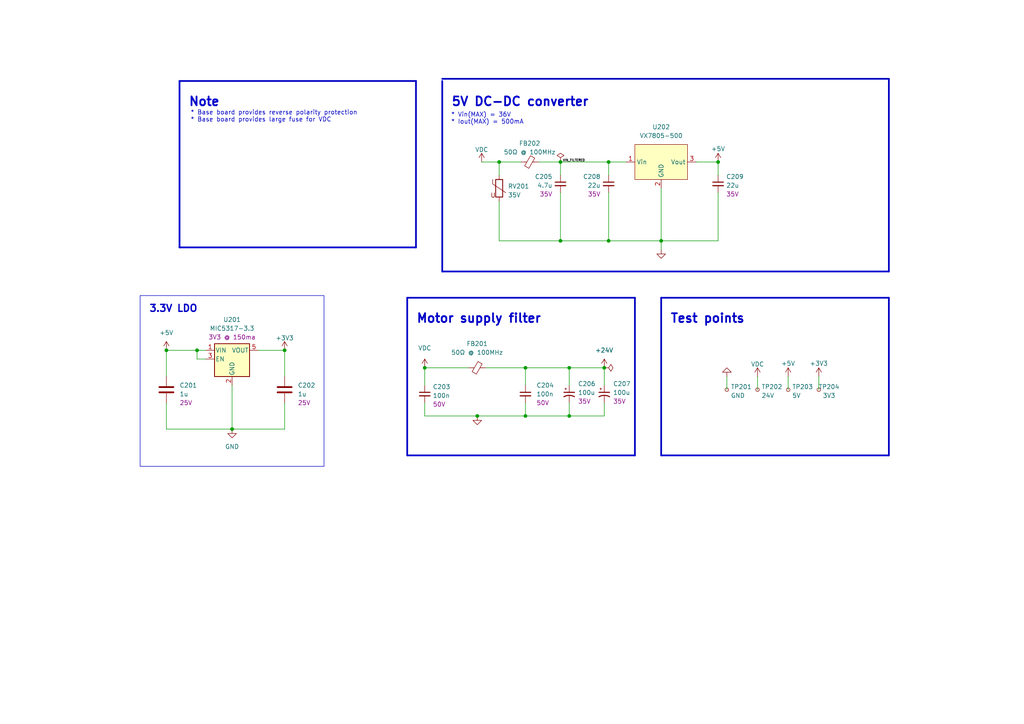
<source format=kicad_sch>
(kicad_sch (version 20231120) (generator "eeschema") (generator_version "8.0")
  (paper "A4")
  (title_block (date "2023-10-08") (rev "v1"))
  (lib_symbols
    (symbol "Connector:TestPoint_Small" (pin_numbers hide) (pin_names (offset 0.762) hide)
      (property "Reference" "TP" (at 0 3.81 0))
      (property "Value" "TestPoint_Small" (at 0 2.032 0))
      (symbol "TestPoint_Small_0_1"
        (circle (center 0 0) (radius 0.508))
      )
      (symbol "TestPoint_Small_1_1"
        (pin passive line (at 0 0 90) (length 0) (name "1") (number "1"))
      )
    )
    (symbol "Device:C" (pin_numbers hide) (pin_names (offset 0.254))
      (property "Reference" "C" (at 0.635 2.54 0))
      (property "Value" "C" (at 0.635 -2.54 0))
      (symbol "C_0_1"
        (polyline (pts (xy -2.032 -0.762) (xy 2.032 -0.762)) (stroke (width 0.508)))
        (polyline (pts (xy -2.032 0.762) (xy 2.032 0.762)) (stroke (width 0.508)))
      )
      (symbol "C_1_1"
        (pin passive line (at 0 3.81 270) (length 2.794) (name "~") (number "1"))
        (pin passive line (at 0 -3.81 90) (length 2.794) (name "~") (number "2"))
      )
    )
    (symbol "Device:C_Polarized_Small_US" (pin_numbers hide) (pin_names (offset 0.254) hide)
      (property "Reference" "C" (at 0.254 1.778 0))
      (property "Value" "C_Polarized_Small_US" (at 0.254 -2.032 0))
      (symbol "C_Polarized_Small_US_0_1"
        (polyline (pts (xy -1.524 0.508) (xy 1.524 0.508)) (stroke (width 0.3048)))
        (polyline (pts (xy -1.27 1.524) (xy -0.762 1.524)))
        (polyline (pts (xy -1.016 1.27) (xy -1.016 1.778)))
        (arc (start 1.524 -0.762) (mid 0 -0.3734) (end -1.524 -0.762) (stroke (width 0.3048)))
      )
      (symbol "C_Polarized_Small_US_1_1"
        (pin passive line (at 0 2.54 270) (length 2.032) (name "~") (number "1"))
        (pin passive line (at 0 -2.54 90) (length 2.032) (name "~") (number "2"))
      )
    )
    (symbol "Device:C_Small" (pin_numbers hide) (pin_names (offset 0.254) hide)
      (property "Reference" "C" (at 0.254 1.778 0))
      (property "Value" "C_Small" (at 0.254 -2.032 0))
      (symbol "C_Small_0_1"
        (polyline (pts (xy -1.524 -0.508) (xy 1.524 -0.508)) (stroke (width 0.3302)))
        (polyline (pts (xy -1.524 0.508) (xy 1.524 0.508)) (stroke (width 0.3048)))
      )
      (symbol "C_Small_1_1"
        (pin passive line (at 0 2.54 270) (length 2.032) (name "~") (number "1"))
        (pin passive line (at 0 -2.54 90) (length 2.032) (name "~") (number "2"))
      )
    )
    (symbol "Device:FerriteBead_Small" (pin_numbers hide) (pin_names (offset 0))
      (property "Reference" "FB" (at 1.905 1.27 0))
      (property "Value" "FerriteBead_Small" (at 1.905 -1.27 0))
      (symbol "FerriteBead_Small_0_1"
        (polyline (pts (xy 0 -1.27) (xy 0 -0.7874)))
        (polyline (pts (xy 0 0.889) (xy 0 1.2954)))
        (polyline (pts (xy -1.8288 0.2794) (xy -1.1176 1.4986) (xy 1.8288 -0.2032) (xy 1.1176 -1.4224) (xy -1.8288 0.2794)))
      )
      (symbol "FerriteBead_Small_1_1"
        (pin passive line (at 0 2.54 270) (length 1.27) (name "~") (number "1"))
        (pin passive line (at 0 -2.54 90) (length 1.27) (name "~") (number "2"))
      )
    )
    (symbol "Device:Varistor" (pin_numbers hide) (pin_names (offset 0))
      (property "Reference" "RV" (at 3.175 0 90))
      (property "Value" "Varistor" (at -3.175 0 90))
      (symbol "Varistor_0_0"
        (text "U" (at -1.778 -2.032 0) (effects (font (size 1.27 1.27))))
      )
      (symbol "Varistor_0_1"
        (rectangle (start -1.016 -2.54) (end 1.016 2.54) (stroke (width 0.254)))
        (polyline (pts (xy -1.905 2.54) (xy -1.905 1.27) (xy 1.905 -1.27)))
      )
      (symbol "Varistor_1_1"
        (pin passive line (at 0 3.81 270) (length 1.27) (name "~") (number "1"))
        (pin passive line (at 0 -3.81 90) (length 1.27) (name "~") (number "2"))
      )
    )
    (symbol "Droid:Converter_DCDC_CUI_VX78-500_THT"
      (property "Reference" "U" (at 0 7.62 0))
      (property "Value" "VX7805-500" (at 0 6.35 0))
      (symbol "Converter_DCDC_CUI_VX78-500_THT_0_0"
        (pin power_in line (at -10.16 0 0) (length 2.54) (name "Vin") (number "1"))
        (pin power_in line (at 0 -7.62 90) (length 2.54) (name "GND") (number "2"))
        (pin power_out line (at 10.16 0 180) (length 2.54) (name "Vout") (number "3"))
      )
      (symbol "Converter_DCDC_CUI_VX78-500_THT_0_1"
        (rectangle (start -7.62 5.08) (end 7.62 -5.08) (stroke (width 0.1524)) (fill (type background)))
      )
    )
    (symbol "Regulator_Linear:MIC5317-3.3xM5" (pin_names (offset 0.254))
      (property "Reference" "U" (at -6.35 6.35 0))
      (property "Value" "MIC5317-3.3xM5" (at 0 6.35 0))
      (symbol "MIC5317-3.3xM5_0_1"
        (rectangle (start -5.08 4.445) (end 5.08 -5.08) (stroke (width 0.254)) (fill (type background)))
      )
      (symbol "MIC5317-3.3xM5_1_1"
        (pin power_in line (at -7.62 2.54 0) (length 2.54) (name "VIN") (number "1"))
        (pin power_in line (at 0 -7.62 90) (length 2.54) (name "GND") (number "2"))
        (pin input line (at -7.62 0 0) (length 2.54) (name "EN") (number "3"))
        (pin no_connect line (at 5.08 0 180) (length 2.54) hide (name "NC") (number "4"))
        (pin power_out line (at 7.62 2.54 180) (length 2.54) (name "VOUT") (number "5"))
      )
    )
    (symbol "power:+24V" (power) (pin_names (offset 0))
      (property "Value" "+24V" (at 0 3.556 0))
      (symbol "+24V_0_1"
        (polyline (pts (xy -0.762 1.27) (xy 0 2.54)))
        (polyline (pts (xy 0 0) (xy 0 2.54)))
        (polyline (pts (xy 0 2.54) (xy 0.762 1.27)))
      )
      (symbol "+24V_1_1"
        (pin power_in line (at 0 0 90) (length 0) hide (name "+24V") (number "1"))
      )
    )
    (symbol "power:+3V3" (power) (pin_names (offset 0))
      (property "Value" "+3V3" (at 0 3.556 0))
      (symbol "+3V3_0_1"
        (polyline (pts (xy -0.762 1.27) (xy 0 2.54)))
        (polyline (pts (xy 0 0) (xy 0 2.54)))
        (polyline (pts (xy 0 2.54) (xy 0.762 1.27)))
      )
      (symbol "+3V3_1_1"
        (pin power_in line (at 0 0 90) (length 0) hide (name "+3V3") (number "1"))
      )
    )
    (symbol "power:+5V" (power) (pin_names (offset 0))
      (property "Value" "+5V" (at 0 3.556 0))
      (symbol "+5V_0_1"
        (polyline (pts (xy -0.762 1.27) (xy 0 2.54)))
        (polyline (pts (xy 0 0) (xy 0 2.54)))
        (polyline (pts (xy 0 2.54) (xy 0.762 1.27)))
      )
      (symbol "+5V_1_1"
        (pin power_in line (at 0 0 90) (length 0) hide (name "+5V") (number "1"))
      )
    )
    (symbol "power:GND" (power) (pin_names (offset 0))
      (property "Value" "GND" (at 0 -3.81 0))
      (symbol "GND_0_1"
        (polyline (pts (xy 0 0) (xy 0 -1.27) (xy 1.27 -1.27) (xy 0 -2.54) (xy -1.27 -1.27) (xy 0 -1.27)))
      )
      (symbol "GND_1_1"
        (pin power_in line (at 0 0 270) (length 0) hide (name "GND") (number "1"))
      )
    )
    (symbol "power:PWR_FLAG" (power) (pin_numbers hide) (pin_names (offset 0) hide)
      (property "Value" "PWR_FLAG" (at 0 3.81 0))
      (symbol "PWR_FLAG_0_0"
        (pin power_out line (at 0 0 90) (length 0) (name "pwr") (number "1"))
      )
      (symbol "PWR_FLAG_0_1"
        (polyline (pts (xy 0 0) (xy 0 1.27) (xy -1.016 1.905) (xy 0 2.54) (xy 1.016 1.905) (xy 0 1.27)))
      )
    )
    (symbol "power:VDC" (power) (pin_names (offset 0))
      (property "Value" "VDC" (at 0 6.35 0))
      (symbol "VDC_0_1"
        (polyline (pts (xy -0.762 1.27) (xy 0 2.54)))
        (polyline (pts (xy 0 0) (xy 0 2.54)))
        (polyline (pts (xy 0 2.54) (xy 0.762 1.27)))
      )
      (symbol "VDC_1_1"
        (pin power_in line (at 0 0 90) (length 0) hide (name "VDC") (number "1"))
      )
    )
  )
  (junction (at 152.4 120.65))
  (junction (at 67.31 124.46))
  (junction (at 48.26 101.6))
  (junction (at 176.53 46.99))
  (junction (at 176.53 69.85))
  (junction (at 123.19 106.68))
  (junction (at 191.77 69.85))
  (junction (at 82.55 101.6))
  (junction (at 175.26 106.68))
  (junction (at 165.1 106.68))
  (junction (at 165.1 120.65))
  (junction (at 162.56 46.99))
  (junction (at 162.56 69.85))
  (junction (at 138.43 120.65))
  (junction (at 57.15 101.6))
  (junction (at 144.78 46.99))
  (junction (at 208.28 46.99))
  (junction (at 152.4 106.68))
  (polyline (pts (xy 128.27 23.495) (xy 128.27 78.74)) (stroke (width 0.5) (type solid)))
  (wire (pts (xy 162.56 55.88) (xy 162.56 69.85)))
  (polyline (pts (xy 257.81 22.86) (xy 257.81 78.74)) (stroke (width 0.5) (type solid)))
  (wire (pts (xy 208.28 46.99) (xy 208.28 50.8)))
  (wire (pts (xy 82.55 101.6) (xy 82.55 109.22)))
  (wire (pts (xy 152.4 106.68) (xy 165.1 106.68)))
  (wire (pts (xy 210.82 109.22) (xy 210.82 113.03)))
  (polyline (pts (xy 184.15 132.08) (xy 118.11 132.08)) (stroke (width 0.5) (type solid)))
  (polyline (pts (xy 257.81 132.08) (xy 191.77 132.08)) (stroke (width 0.5) (type solid)))
  (wire (pts (xy 162.56 69.85) (xy 176.53 69.85)))
  (polyline (pts (xy 191.77 86.36) (xy 191.77 132.08)) (stroke (width 0.5) (type solid)))
  (wire (pts (xy 175.26 120.65) (xy 175.26 116.84)))
  (wire (pts (xy 165.1 120.65) (xy 175.26 120.65)))
  (wire (pts (xy 152.4 120.65) (xy 165.1 120.65)))
  (wire (pts (xy 67.31 111.76) (xy 67.31 124.46)))
  (wire (pts (xy 176.53 55.88) (xy 176.53 69.85)))
  (wire (pts (xy 152.4 116.84) (xy 152.4 120.65)))
  (polyline (pts (xy 118.11 86.36) (xy 118.11 132.08)) (stroke (width 0.5) (type solid)))
  (wire (pts (xy 48.26 101.6) (xy 57.15 101.6)))
  (wire (pts (xy 176.53 46.99) (xy 181.61 46.99)))
  (wire (pts (xy 144.78 58.42) (xy 144.78 69.85)))
  (wire (pts (xy 191.77 72.39) (xy 191.77 69.85)))
  (wire (pts (xy 82.55 116.84) (xy 82.55 124.46)))
  (polyline (pts (xy 52.07 23.495) (xy 52.07 71.755)) (stroke (width 0.5) (type solid)))
  (polyline (pts (xy 184.15 86.36) (xy 184.15 132.08)) (stroke (width 0.5) (type solid)))
  (wire (pts (xy 237.49 109.22) (xy 237.49 113.03)))
  (wire (pts (xy 123.19 120.65) (xy 138.43 120.65)))
  (wire (pts (xy 208.28 69.85) (xy 191.77 69.85)))
  (wire (pts (xy 48.26 124.46) (xy 67.31 124.46)))
  (wire (pts (xy 152.4 106.68) (xy 152.4 111.76)))
  (polyline (pts (xy 257.81 86.36) (xy 257.81 132.08)) (stroke (width 0.5) (type solid)))
  (polyline (pts (xy 120.65 23.495) (xy 120.65 71.755)) (stroke (width 0.5) (type solid)))
  (wire (pts (xy 144.78 46.99) (xy 144.78 50.8)))
  (wire (pts (xy 57.15 101.6) (xy 57.15 104.14)))
  (wire (pts (xy 228.6 109.22) (xy 228.6 113.03)))
  (polyline (pts (xy 118.11 86.36) (xy 184.15 86.36)) (stroke (width 0.5) (type solid)))
  (wire (pts (xy 156.21 46.99) (xy 162.56 46.99)))
  (wire (pts (xy 138.43 120.65) (xy 152.4 120.65)))
  (wire (pts (xy 162.56 46.99) (xy 162.56 50.8)))
  (wire (pts (xy 57.15 101.6) (xy 59.69 101.6)))
  (wire (pts (xy 140.97 106.68) (xy 152.4 106.68)))
  (wire (pts (xy 59.69 104.14) (xy 57.15 104.14)))
  (wire (pts (xy 123.19 106.68) (xy 135.89 106.68)))
  (polyline (pts (xy 257.81 78.74) (xy 128.27 78.74)) (stroke (width 0.5) (type solid)))
  (wire (pts (xy 82.55 124.46) (xy 67.31 124.46)))
  (polyline (pts (xy 120.65 71.755) (xy 52.07 71.755)) (stroke (width 0.5) (type solid)))
  (wire (pts (xy 208.28 55.88) (xy 208.28 69.85)))
  (wire (pts (xy 165.1 106.68) (xy 175.26 106.68)))
  (wire (pts (xy 175.26 106.68) (xy 175.26 111.76)))
  (wire (pts (xy 201.93 46.99) (xy 208.28 46.99)))
  (wire (pts (xy 123.19 106.68) (xy 123.19 111.76)))
  (wire (pts (xy 162.56 46.99) (xy 176.53 46.99)))
  (polyline (pts (xy 191.77 86.36) (xy 257.81 86.36)) (stroke (width 0.5) (type solid)))
  (wire (pts (xy 48.26 116.84) (xy 48.26 124.46)))
  (polyline (pts (xy 52.07 23.495) (xy 120.65 23.495)) (stroke (width 0.5) (type solid)))
  (wire (pts (xy 191.77 54.61) (xy 191.77 69.85)))
  (wire (pts (xy 165.1 116.84) (xy 165.1 120.65)))
  (wire (pts (xy 74.93 101.6) (xy 82.55 101.6)))
  (polyline (pts (xy 128.27 22.86) (xy 257.81 22.86)) (stroke (width 0.5) (type solid)))
  (wire (pts (xy 139.7 46.99) (xy 144.78 46.99)))
  (wire (pts (xy 123.19 120.65) (xy 123.19 116.84)))
  (wire (pts (xy 165.1 106.68) (xy 165.1 111.76)))
  (wire (pts (xy 48.26 101.6) (xy 48.26 109.22)))
  (wire (pts (xy 219.71 109.22) (xy 219.71 113.03)))
  (wire (pts (xy 176.53 69.85) (xy 191.77 69.85)))
  (wire (pts (xy 144.78 46.99) (xy 151.13 46.99)))
  (wire (pts (xy 176.53 46.99) (xy 176.53 50.8)))
  (wire (pts (xy 144.78 69.85) (xy 162.56 69.85)))
  (rectangle (start 40.64 85.725) (end 93.98 135.255))
  (text "* Base board provides reverse polarity protection\n* Base board provides large fuse for VDC" (at 55.245 35.56 0) (effects (font (size 1.27 1.27)) (justify left bottom)))
  (text "Motor supply filter" (at 120.65 93.98 0) (effects (font (size 2.54 2.54) (thickness 0.508) (bold yes)) (justify left bottom)))
  (text "3.3V LDO" (at 43.18 90.805 0) (effects (font (size 2 2) (bold yes)) (justify left bottom)))
  (text "Test points" (at 194.31 93.98 0) (effects (font (size 2.54 2.54) (thickness 0.508) (bold yes)) (justify left bottom)))
  (text "* Vin(MAX) = 36V\n* Iout(MAX) = 500mA" (at 130.81 36.195 0) (effects (font (size 1.27 1.27)) (justify left bottom)))
  (text "5V DC-DC converter" (at 130.81 31.115 0) (effects (font (size 2.54 2.54) (thickness 0.508) (bold yes)) (justify left bottom)))
  (text "Note" (at 54.61 31.115 0) (effects (font (size 2.54 2.54) (thickness 0.508) (bold yes)) (justify left bottom)))
  (label "VIN_FILTERED" (at 163.195 46.99 0) (effects (font (size 0.64 0.64))))
  (symbol (lib_id "Device:FerriteBead_Small") (at 138.43 106.68 90) (unit 1)
    (property "Reference" "FB201" (at 138.3919 99.695 90))
    (property "Value" "50Ω @ 100MHz" (at 138.3919 102.235 90))
    (property "Footprint" "Droid:L_1206_HandSolder" (effects (hide yes)))
    (property "Rating" "6A" (effects (hide yes)))
    (property "mpn" "HI1206T500R-10" (effects (hide yes)))
    (instances (project "placertron" (path "" (reference "FB201") (unit 1))) (project "jellyfish" (path "" (reference "FB1") (unit 1))))
  )
  (symbol (lib_id "Device:C") (at 48.26 113.03 0) (unit 1)
    (property "Reference" "C201" (at 52.07 111.76 0) (effects (justify left)))
    (property "Value" "1u" (at 52.07 114.3 0) (effects (justify left)))
    (property "Footprint" "Droid:C_0603_HandSolder" (effects (hide yes)))
    (property "mpn" "CL10B105MO8NNWC" (effects (hide yes)))
    (property "Rating" "25V" (at 52.07 116.84 0) (effects (justify left)))
    (instances (project "placertron" (path "" (reference "C201") (unit 1))) (project "movertron" (path "" (reference "C205") (unit 1))))
  )
  (symbol (lib_id "power:GND") (at 210.82 109.22 180) (unit 1)
    (property "Reference" "#PWR0209" (effects (hide yes)))
    (property "Value" "GND" (effects (hide yes)))
    (instances (project "placertron" (path "" (reference "#PWR0209") (unit 1))) (project "jellyfish" (path "" (reference "#PWR014") (unit 1))))
  )
  (symbol (lib_id "Connector:TestPoint_Small") (at 219.71 113.03 180) (unit 1)
    (property "Reference" "TP202" (at 220.853 112.1953 0) (effects (justify right)))
    (property "Value" "24V" (at 220.853 114.7322 0) (effects (justify right)))
    (property "Footprint" "TestPoint:TestPoint_Pad_1.0x1.0mm" (effects (hide yes)))
    (property "mpn" "n/a" (effects (hide yes)))
    (instances (project "placertron" (path "" (reference "TP202") (unit 1))) (project "jellyfish" (path "" (reference "TP2") (unit 1))))
  )
  (symbol (lib_id "power:VDC") (at 139.7 46.99 0) (unit 1)
    (property "Reference" "#PWR0206" (effects (hide yes)))
    (property "Value" "VDC" (at 139.7 43.4142 0))
    (instances (project "placertron" (path "" (reference "#PWR0206") (unit 1))) (project "jellyfish" (path "" (reference "#PWR02") (unit 1))))
  )
  (symbol (lib_id "power:+24V") (at 175.26 106.68 0) (unit 1)
    (property "Reference" "#PWR0207" (effects (hide yes)))
    (property "Value" "+24V" (at 175.26 101.6 0))
    (instances (project "placertron" (path "" (reference "#PWR0207") (unit 1))) (project "jellyfish" (path "" (reference "#PWR0128") (unit 1))))
  )
  (symbol (lib_id "power:+3V3") (at 82.55 101.6 0) (unit 1)
    (property "Reference" "#PWR0203" (effects (hide yes)))
    (property "Value" "+3V3" (at 82.55 98.044 0))
    (instances (project "placertron" (path "" (reference "#PWR0203") (unit 1))) (project "movertron" (path "" (reference "#PWR0211") (unit 1))))
  )
  (symbol (lib_id "power:+3V3") (at 237.49 109.22 0) (unit 1)
    (property "Reference" "#PWR0213" (effects (hide yes)))
    (property "Value" "+3V3" (at 237.49 105.41 0))
    (instances (project "placertron" (path "" (reference "#PWR0213") (unit 1))) (project "jellyfish" (path "" (reference "#PWR017") (unit 1))))
  )
  (symbol (lib_id "power:GND") (at 191.77 72.39 0) (unit 1)
    (property "Reference" "#PWR0208" (effects (hide yes)))
    (property "Value" "GND" (effects (hide yes)))
    (instances (project "placertron" (path "" (reference "#PWR0208") (unit 1))) (project "jellyfish" (path "" (reference "#PWR06") (unit 1))))
  )
  (symbol (lib_id "Device:C_Small") (at 162.56 53.34 0) (unit 1)
    (property "Reference" "C205" (at 160.236 51.2432 0) (effects (justify right)))
    (property "Value" "4.7u" (at 160.236 53.7801 0) (effects (justify right)))
    (property "Footprint" "Droid:C_0603_HandSolder" (effects (hide yes)))
    (property "Rating" "35V" (at 160.236 56.317 0) (effects (justify right)))
    (property "mpn" "GRT188R6YA475KE13D" (effects (hide yes)))
    (instances (project "placertron" (path "" (reference "C205") (unit 1))) (project "jellyfish" (path "" (reference "C2") (unit 1))))
  )
  (symbol (lib_id "Device:C_Small") (at 176.53 53.34 0) (unit 1)
    (property "Reference" "C208" (at 174.206 51.2432 0) (effects (justify right)))
    (property "Value" "22u" (at 174.206 53.7801 0) (effects (justify right)))
    (property "Footprint" "Droid:C_0805_HandSolder" (effects (hide yes)))
    (property "mpn" "GMC21X5R226M35NT" (effects (hide yes)))
    (property "Rating" "35V" (at 174.206 56.317 0) (effects (justify right)))
    (instances (project "placertron" (path "" (reference "C208") (unit 1))) (project "jellyfish" (path "" (reference "C3") (unit 1))))
  )
  (symbol (lib_id "Device:FerriteBead_Small") (at 153.67 46.99 90) (unit 1)
    (property "Reference" "FB202" (at 153.6319 41.5884 90))
    (property "Value" "50Ω @ 100MHz" (at 153.6319 44.1253 90))
    (property "Footprint" "Droid:L_0603_HandSolder" (effects (hide yes)))
    (property "Rating" "500mA" (effects (hide yes)))
    (property "mpn" "MMZ1608D500CTAH0" (effects (hide yes)))
    (instances (project "placertron" (path "" (reference "FB202") (unit 1))) (project "jellyfish" (path "" (reference "FB14") (unit 1))))
  )
  (symbol (lib_id "Droid:Converter_DCDC_CUI_VX78-500_THT") (at 191.77 46.99 0) (unit 1)
    (property "Reference" "U202" (at 191.77 36.83 0))
    (property "Value" "VX7805-500" (at 191.77 39.37 0))
    (property "Footprint" "Droid:Converter_DCDC_CUI_VX7805-500" (effects (hide yes)))
    (property "Datasheet" "https://www.mouser.com/datasheet/2/670/vx78_500-1774570.pdf" (effects (hide yes)))
    (property "mpn" "VX7805-500" (effects (hide yes)))
    (instances (project "placertron" (path "" (reference "U202") (unit 1))) (project "jellyfish" (path "" (reference "U1") (unit 1))))
  )
  (symbol (lib_id "power:+5V") (at 208.28 46.99 0) (unit 1)
    (property "Reference" "#PWR0210" (effects (hide yes)))
    (property "Value" "+5V" (at 208.28 43.18 0))
    (instances (project "placertron" (path "" (reference "#PWR0210") (unit 1))) (project "jellyfish" (path "" (reference "#PWR07") (unit 1))))
  )
  (symbol (lib_id "Device:C") (at 82.55 113.03 0) (unit 1)
    (property "Reference" "C202" (at 86.36 111.76 0) (effects (justify left)))
    (property "Value" "1u" (at 86.36 114.3 0) (effects (justify left)))
    (property "Footprint" "Droid:C_0603_HandSolder" (effects (hide yes)))
    (property "mpn" "CL10B105MO8NNWC" (effects (hide yes)))
    (property "Rating" "25V" (at 86.36 116.84 0) (effects (justify left)))
    (instances (project "placertron" (path "" (reference "C202") (unit 1))) (project "movertron" (path "" (reference "C207") (unit 1))))
  )
  (symbol (lib_id "power:+5V") (at 228.6 109.22 0) (unit 1)
    (property "Reference" "#PWR0212" (effects (hide yes)))
    (property "Value" "+5V" (at 228.6 105.41 0))
    (instances (project "placertron" (path "" (reference "#PWR0212") (unit 1))) (project "jellyfish" (path "" (reference "#PWR016") (unit 1))))
  )
  (symbol (lib_id "power:VDC") (at 219.71 109.22 0) (unit 1)
    (property "Reference" "#PWR0211" (effects (hide yes)))
    (property "Value" "VDC" (at 219.71 105.6442 0))
    (instances (project "placertron" (path "" (reference "#PWR0211") (unit 1))) (project "jellyfish" (path "" (reference "#PWR05") (unit 1))))
  )
  (symbol (lib_id "Device:C_Small") (at 123.19 114.3 0) (unit 1)
    (property "Reference" "C203" (at 125.5141 112.2032 0) (effects (justify left)))
    (property "Value" "100n" (at 125.5141 114.7401 0) (effects (justify left)))
    (property "Footprint" "Droid:C_0603_HandSolder" (effects (hide yes)))
    (property "mpn" "CL10B104KB8NNNC" (effects (hide yes)))
    (property "Rating" "50V" (at 125.5141 117.277 0) (effects (justify left)))
    (instances (project "placertron" (path "" (reference "C203") (unit 1))) (project "jellyfish" (path "" (reference "C8") (unit 1))))
  )
  (symbol (lib_id "power:PWR_FLAG") (at 162.56 46.99 0) (unit 1)
    (property "Reference" "#FLG0201" (effects (hide yes)))
    (property "Value" "PWR_FLAG" (effects (hide yes)))
    (instances (project "placertron" (path "" (reference "#FLG0201") (unit 1))) (project "jellyfish" (path "" (reference "#FLG03") (unit 1))))
  )
  (symbol (lib_id "Device:C_Small") (at 208.28 53.34 0) (unit 1)
    (property "Reference" "C209" (at 210.6041 51.2432 0) (effects (justify left)))
    (property "Value" "22u" (at 210.6041 53.7801 0) (effects (justify left)))
    (property "Footprint" "Droid:C_0805_HandSolder" (effects (hide yes)))
    (property "mpn" "GMC21X5R226M35NT" (effects (hide yes)))
    (property "Rating" "35V" (at 210.6041 56.317 0) (effects (justify left)))
    (instances (project "placertron" (path "" (reference "C209") (unit 1))) (project "jellyfish" (path "" (reference "C4") (unit 1))))
  )
  (symbol (lib_id "Device:C_Polarized_Small_US") (at 165.1 114.3 0) (unit 1)
    (property "Reference" "C206" (at 167.64 111.3281 0) (effects (justify left)))
    (property "Value" "100u" (at 167.64 113.8681 0) (effects (justify left)))
    (property "Footprint" "Capacitor_SMD:CP_Elec_6.3x7.7" (effects (hide yes)))
    (property "Rating" "35V" (at 167.64 116.4081 0) (effects (justify left)))
    (property "mpn" "EMZR500ARA101MF80G" (effects (hide yes)))
    (instances (project "placertron" (path "" (reference "C206") (unit 1))) (project "jellyfish" (path "" (reference "C5") (unit 1))))
  )
  (symbol (lib_id "Device:C_Polarized_Small_US") (at 175.26 114.3 0) (unit 1)
    (property "Reference" "C207" (at 177.8 111.3281 0) (effects (justify left)))
    (property "Value" "100u" (at 177.8 113.8681 0) (effects (justify left)))
    (property "Footprint" "Capacitor_SMD:CP_Elec_6.3x7.7" (effects (hide yes)))
    (property "Rating" "35V" (at 177.8 116.4081 0) (effects (justify left)))
    (property "mpn" "EMZR500ARA101MF80G" (effects (hide yes)))
    (instances (project "placertron" (path "" (reference "C207") (unit 1))) (project "jellyfish" (path "" (reference "C22") (unit 1))))
  )
  (symbol (lib_id "Device:Varistor") (at 144.78 54.61 0) (unit 1)
    (property "Reference" "RV201" (at 147.32 54.0285 0) (effects (justify left)))
    (property "Value" "35V" (at 147.32 56.5654 0) (effects (justify left)))
    (property "Footprint" "Droid:R_0603_HandSolder" (effects (hide yes)))
    (property "mpn" "B72500D0300H060" (effects (hide yes)))
    (property "Sim.Name" "kicad_builtin_varistor" (effects (hide yes)))
    (property "Sim.Device" "SUBCKT" (effects (hide yes)))
    (property "Sim.Pins" "1=A 2=B" (effects (hide yes)))
    (property "Sim.Params" "threshold=1k" (effects (hide yes)))
    (property "Sim.Library" "${KICAD7_SYMBOL_DIR}/Simulation_SPICE.sp" (effects (hide yes)))
    (instances (project "placertron" (path "" (reference "RV201") (unit 1))) (project "jellyfish" (path "" (reference "RV1") (unit 1))))
  )
  (symbol (lib_id "Device:C_Small") (at 152.4 114.3 0) (unit 1)
    (property "Reference" "C204" (at 155.575 111.7662 0) (effects (justify left)))
    (property "Value" "100n" (at 155.575 114.3062 0) (effects (justify left)))
    (property "Footprint" "Droid:C_0603_HandSolder" (effects (hide yes)))
    (property "mpn" "CL10B104KB8NNNC" (effects (hide yes)))
    (property "Rating" "50V" (at 155.575 116.8462 0) (effects (justify left)))
    (instances (project "placertron" (path "" (reference "C204") (unit 1))) (project "jellyfish" (path "" (reference "C9") (unit 1))))
  )
  (symbol (lib_id "power:GND") (at 67.31 124.46 0) (unit 1)
    (property "Reference" "#PWR0202" (effects (hide yes)))
    (property "Value" "GND" (at 67.31 129.54 0))
    (instances (project "placertron" (path "" (reference "#PWR0202") (unit 1))) (project "movertron" (path "" (reference "#PWR0210") (unit 1))))
  )
  (symbol (lib_id "Connector:TestPoint_Small") (at 228.6 113.03 0) (unit 1)
    (property "Reference" "TP203" (at 229.743 112.1953 0) (effects (justify left)))
    (property "Value" "5V" (at 229.743 114.7322 0) (effects (justify left)))
    (property "Footprint" "TestPoint:TestPoint_Pad_1.0x1.0mm" (effects (hide yes)))
    (property "mpn" "n/a" (effects (hide yes)))
    (instances (project "placertron" (path "" (reference "TP203") (unit 1))) (project "jellyfish" (path "" (reference "TP3") (unit 1))))
  )
  (symbol (lib_id "power:+5V") (at 48.26 101.6 0) (unit 1)
    (property "Reference" "#PWR0201" (effects (hide yes)))
    (property "Value" "+5V" (at 48.26 96.52 0))
    (instances (project "placertron" (path "" (reference "#PWR0201") (unit 1))) (project "movertron" (path "" (reference "#PWR0209") (unit 1))))
  )
  (symbol (lib_id "Connector:TestPoint_Small") (at 210.82 113.03 180) (unit 1)
    (property "Reference" "TP201" (at 211.963 112.1953 0) (effects (justify right)))
    (property "Value" "GND" (at 211.963 114.7322 0) (effects (justify right)))
    (property "Footprint" "TestPoint:TestPoint_Pad_1.0x1.0mm" (effects (hide yes)))
    (property "mpn" "n/a" (effects (hide yes)))
    (instances (project "placertron" (path "" (reference "TP201") (unit 1))) (project "jellyfish" (path "" (reference "TP1") (unit 1))))
  )
  (symbol (lib_id "power:GND") (at 138.43 120.65 0) (unit 1)
    (property "Reference" "#PWR0205" (effects (hide yes)))
    (property "Value" "GND" (effects (hide yes)))
    (instances (project "placertron" (path "" (reference "#PWR0205") (unit 1))) (project "jellyfish" (path "" (reference "#PWR012") (unit 1))))
  )
  (symbol (lib_id "power:VDC") (at 123.19 106.68 0) (unit 1)
    (property "Reference" "#PWR0204" (effects (hide yes)))
    (property "Value" "VDC" (at 123.19 100.965 0))
    (instances (project "placertron" (path "" (reference "#PWR0204") (unit 1))) (project "jellyfish" (path "" (reference "#PWR0105") (unit 1))))
  )
  (symbol (lib_id "Regulator_Linear:MIC5317-3.3xM5") (at 67.31 104.14 0) (unit 1)
    (property "Reference" "U201" (at 67.31 92.71 0))
    (property "Value" "MIC5317-3.3" (at 67.31 95.25 0))
    (property "Footprint" "Package_TO_SOT_SMD:SOT-23-5" (effects (hide yes)))
    (property "Datasheet" "https://ww1.microchip.com/downloads/aemDocuments/documents/OTH/ProductDocuments/DataSheets/MIC5317-High-Performance-Single-150mA-LDO-DS20006195B.pdf" (effects (hide yes)))
    (property "mpn" "MIC5317-3.3YD5-TR" (effects (hide yes)))
    (property "Rating" "3V3 @ 150ma" (at 67.31 97.79 0))
    (instances (project "placertron" (path "" (reference "U201") (unit 1))) (project "movertron" (path "" (reference "U202") (unit 1))))
  )
  (symbol (lib_id "power:PWR_FLAG") (at 175.26 106.68 270) (unit 1)
    (property "Reference" "#FLG0202" (effects (hide yes)))
    (property "Value" "PWR_FLAG" (effects (hide yes)))
    (instances (project "placertron" (path "" (reference "#FLG0202") (unit 1))) (project "jellyfish" (path "" (reference "#FLG04") (unit 1))))
  )
  (symbol (lib_id "Connector:TestPoint_Small") (at 237.49 113.03 180) (unit 1)
    (property "Reference" "TP204" (at 240.4662 112.1953 0))
    (property "Value" "3V3" (at 240.4662 114.7322 0))
    (property "Footprint" "TestPoint:TestPoint_Pad_1.0x1.0mm" (effects (hide yes)))
    (property "mpn" "n/a" (effects (hide yes)))
    (instances (project "placertron" (path "" (reference "TP204") (unit 1))) (project "jellyfish" (path "" (reference "TP4") (unit 1))))
  )
)
</source>
